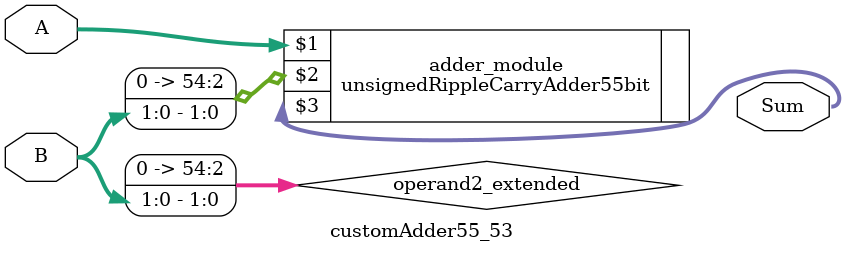
<source format=v>
module customAdder55_53(
                        input [54 : 0] A,
                        input [1 : 0] B,
                        
                        output [55 : 0] Sum
                );

        wire [54 : 0] operand2_extended;
        
        assign operand2_extended =  {53'b0, B};
        
        unsignedRippleCarryAdder55bit adder_module(
            A,
            operand2_extended,
            Sum
        );
        
        endmodule
        
</source>
